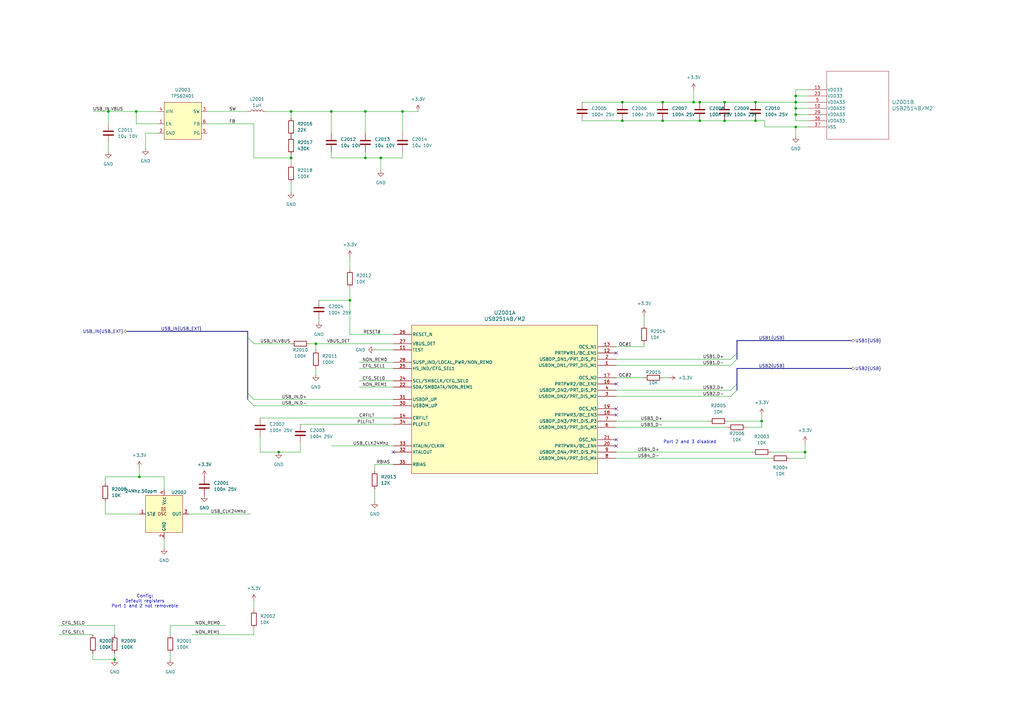
<source format=kicad_sch>
(kicad_sch (version 20231120) (generator "eeschema") (generator_version "8.0")
  (paper "A3")
  (lib_symbols
    (symbol "bt_Inductors:L;1uH;3.1A;55m;S;0805" (pin_numbers hide) (pin_names (offset 1.016) hide)
      (property "Reference" "L" (at -1.27 0 90))
      (property "Value" "1uH" (at 1.905 0 90))
      (symbol "L;1uH;3.1A;55m;S;0805_0_1"
        (arc (start 0 -2.54) (mid 0.6323 -1.905) (end 0 -1.27))
        (arc (start 0 -1.27) (mid 0.6323 -0.635) (end 0 0))
        (arc (start 0 0) (mid 0.6323 0.635) (end 0 1.27))
        (arc (start 0 1.27) (mid 0.6323 1.905) (end 0 2.54))
      )
      (symbol "L;1uH;3.1A;55m;S;0805_1_1"
        (pin passive line (at 0 3.81 270) (length 1.27) (name "1") (number "1"))
        (pin passive line (at 0 -3.81 90) (length 1.27) (name "2") (number "2"))
      )
    )
    (symbol "bt_capacitor:C;M;100n;10p;25V;S;0603" (pin_numbers hide) (pin_names (offset 0.254))
      (property "Reference" "C" (at 0.635 2.54 0))
      (property "Value" "100n 25V" (at 4.635 -2.54 0))
      (symbol "C;M;100n;10p;25V;S;0603_0_1"
        (polyline (pts (xy -2.032 -0.762) (xy 2.032 -0.762)) (stroke (width 0.508)))
        (polyline (pts (xy -2.032 0.762) (xy 2.032 0.762)) (stroke (width 0.508)))
      )
      (symbol "C;M;100n;10p;25V;S;0603_1_1"
        (pin passive line (at 0 3.81 270) (length 2.794) (name "~") (number "1"))
        (pin passive line (at 0 -3.81 90) (length 2.794) (name "~") (number "2"))
      )
    )
    (symbol "bt_capacitor:C;M;10u;10p;10V;S;0603" (pin_numbers hide) (pin_names (offset 0.254))
      (property "Reference" "C" (at 0.635 2.54 0))
      (property "Value" "10u 10V" (at 4.635 -2.54 0))
      (symbol "C;M;10u;10p;10V;S;0603_0_1"
        (polyline (pts (xy -2.032 -0.762) (xy 2.032 -0.762)) (stroke (width 0.508)))
        (polyline (pts (xy -2.032 0.762) (xy 2.032 0.762)) (stroke (width 0.508)))
      )
      (symbol "C;M;10u;10p;10V;S;0603_1_1"
        (pin passive line (at 0 3.81 270) (length 2.794) (name "~") (number "1"))
        (pin passive line (at 0 -3.81 90) (length 2.794) (name "~") (number "2"))
      )
    )
    (symbol "bt_communication:USB2514B_M2" (pin_names (offset 0.254))
      (property "Reference" "U" (at 30.734 8.89 0))
      (property "Value" "USB2514B/M2" (at 15.494 8.89 0))
      (symbol "USB2514B_M2_1_0"
        (rectangle (start 7.62 7.62) (end 83.82 -53.34) (fill (type background)))
      )
      (symbol "USB2514B_M2_1_1"
        (pin bidirectional line (at 91.44 -8.89 180) (length 7.62) (name "USBDM_DN1/PRT_DIS_M1") (number "1"))
        (pin unspecified line (at 0 -2.54 0) (length 7.62) (name "TEST") (number "11"))
        (pin bidirectional line (at 91.44 -3.81 180) (length 7.62) (name "PRTPWR1/BC_EN1") (number "12"))
        (pin bidirectional line (at 91.44 -1.27 180) (length 7.62) (name "OCS_N1") (number "13"))
        (pin unspecified line (at 0 -30.48 0) (length 7.62) (name "CRFILT") (number "14"))
        (pin bidirectional line (at 91.44 -16.51 180) (length 7.62) (name "PRTPWR2/BC_EN2") (number "16"))
        (pin bidirectional line (at 91.44 -13.97 180) (length 7.62) (name "OCS_N2") (number "17"))
        (pin bidirectional line (at 91.44 -29.21 180) (length 7.62) (name "PRTPWR3/BC_EN3") (number "18"))
        (pin bidirectional line (at 91.44 -26.67 180) (length 7.62) (name "OCS_N3") (number "19"))
        (pin bidirectional line (at 91.44 -6.35 180) (length 7.62) (name "USBDP_DN1/PRT_DIS_P1") (number "2"))
        (pin bidirectional line (at 91.44 -41.91 180) (length 7.62) (name "PRTPWR4/BC_EN4") (number "20"))
        (pin bidirectional line (at 91.44 -39.37 180) (length 7.62) (name "OSC_N4") (number "21"))
        (pin unspecified line (at 0 -17.78 0) (length 7.62) (name "SDA/SMBDATA/NON_REM1") (number "22"))
        (pin unspecified line (at 0 -15.24 0) (length 7.62) (name "SCL/SMBCLK/CFG_SEL0") (number "24"))
        (pin unspecified line (at 0 -10.16 0) (length 7.62) (name "HS_IND/CFG_SEL1") (number "25"))
        (pin unspecified line (at 0 3.81 0) (length 7.62) (name "RESET_N") (number "26"))
        (pin unspecified line (at 0 0 0) (length 7.62) (name "VBUS_DET") (number "27"))
        (pin unspecified line (at 0 -7.62 0) (length 7.62) (name "SUSP_IND/LOCAL_PWR/NON_REM0") (number "28"))
        (pin bidirectional line (at 91.44 -21.59 180) (length 7.62) (name "USBDM_DN2/PRT_DIS_M2") (number "3"))
        (pin unspecified line (at 0 -25.4 0) (length 7.62) (name "USBDM_UP") (number "30"))
        (pin unspecified line (at 0 -22.86 0) (length 7.62) (name "USBDP_UP") (number "31"))
        (pin output line (at 0 -44.45 0) (length 7.62) (name "XTALOUT") (number "32"))
        (pin unspecified line (at 0 -41.91 0) (length 7.62) (name "XTALIN/CLKIN") (number "33"))
        (pin unspecified line (at 0 -33.02 0) (length 7.62) (name "PLLFILT") (number "34"))
        (pin unspecified line (at 0 -49.53 0) (length 7.62) (name "RBIAS") (number "35"))
        (pin bidirectional line (at 91.44 -19.05 180) (length 7.62) (name "USBDP_DN2/PRT_DIS_P2") (number "4"))
        (pin bidirectional line (at 91.44 -34.29 180) (length 7.62) (name "USBDM_DN3/PRT_DIS_M3") (number "6"))
        (pin bidirectional line (at 91.44 -31.75 180) (length 7.62) (name "USBDP_DN3/PRT_DIS_P3") (number "7"))
        (pin bidirectional line (at 91.44 -46.99 180) (length 7.62) (name "USBDM_DN4/PRT_DIS_M4") (number "8"))
        (pin bidirectional line (at 91.44 -44.45 180) (length 7.62) (name "USBDP_DN4/PRT_DIS_P4") (number "9"))
      )
      (symbol "USB2514B_M2_2_1"
        (polyline (pts (xy 7.62 -20.32) (xy 33.02 -20.32)) (stroke (width 0.127)))
        (polyline (pts (xy 7.62 7.62) (xy 7.62 -20.32)) (stroke (width 0.127)))
        (polyline (pts (xy 33.02 -20.32) (xy 33.02 7.62)) (stroke (width 0.127)))
        (polyline (pts (xy 33.02 7.62) (xy 7.62 7.62)) (stroke (width 0.127)))
        (pin power_in line (at 0 -7.62 0) (length 7.62) (name "VDDA33") (number "10"))
        (pin power_in line (at 0 0 0) (length 7.62) (name "VDD33") (number "15"))
        (pin power_in line (at 0 -2.54 0) (length 7.62) (name "VDD33") (number "23"))
        (pin power_in line (at 0 -10.16 0) (length 7.62) (name "VDDA33") (number "29"))
        (pin power_in line (at 0 -12.7 0) (length 7.62) (name "VDDA33") (number "36"))
        (pin power_out line (at 0 -15.24 0) (length 7.62) (name "VSS") (number "37"))
        (pin power_in line (at 0 -5.08 0) (length 7.62) (name "VDDA33") (number "5"))
      )
    )
    (symbol "bt_oscillator:OSC;24Mhz;50ppm;3v3;SG3225CAN"
      (property "Reference" "U" (at 0.762 1.27 0))
      (property "Value" "24Mhz,50ppm" (at 14.986 1.27 0))
      (symbol "OSC;24Mhz;50ppm;3v3;SG3225CAN_0_0"
        (pin input line (at -2.54 -7.62 0) (length 2.54) (name "ST#") (number "1"))
      )
      (symbol "OSC;24Mhz;50ppm;3v3;SG3225CAN_0_1"
        (polyline (pts (xy 6.35 -6.35) (xy 6.604 -6.35) (xy 6.604 -4.826) (xy 7.112 -4.826) (xy 7.112 -6.35) (xy 7.62 -6.35) (xy 7.62 -4.826) (xy 8.128 -4.826) (xy 8.128 -6.35) (xy 8.382 -6.35)))
        (rectangle (start 0 0) (end 15.24 -15.24) (fill (type background)))
      )
      (symbol "OSC;24Mhz;50ppm;3v3;SG3225CAN_1_0"
        (pin input line (at 7.62 -17.78 90) (length 2.54) (name "GND") (number "2"))
        (pin output line (at 17.78 -7.62 180) (length 2.54) (name "OUT") (number "3"))
        (pin power_in line (at 7.62 2.54 270) (length 2.54) (name "Vcc") (number "4"))
      )
      (symbol "OSC;24Mhz;50ppm;3v3;SG3225CAN_1_1"
        (text "OSC" (at 6.858 -7.62 0) (effects (font (size 1.27 1.27))))
      )
    )
    (symbol "bt_power:TPS62A01_SOT23"
      (property "Reference" "U" (at -6.35 7.62 0))
      (property "Value" "TPS62A01" (at -0.762 4.572 0))
      (symbol "TPS62A01_SOT23_0_1"
        (rectangle (start -7.62 6.35) (end 7.62 -8.89) (fill (type background)))
      )
      (symbol "TPS62A01_SOT23_1_0"
        (pin input line (at -10.16 -2.54 0) (length 2.54) (name "EN") (number "1"))
        (pin power_in line (at -10.16 -6.35 0) (length 2.54) (name "GND") (number "2"))
        (pin power_out line (at 10.16 2.54 180) (length 2.54) (name "SW") (number "3"))
        (pin power_in line (at -10.16 2.54 0) (length 2.54) (name "VIN") (number "4"))
        (pin open_collector line (at 10.16 -6.35 180) (length 2.54) (name "PG") (number "5"))
        (pin input line (at 10.16 -2.54 180) (length 2.54) (name "FB") (number "6"))
      )
    )
    (symbol "bt_resistors:R;G;100K;10P0;S;0603" (pin_numbers hide) (pin_names (offset 0))
      (property "Reference" "R" (at 2.032 0 90))
      (property "Value" "100K" (at 0 0 90))
      (symbol "R;G;100K;10P0;S;0603_0_1"
        (rectangle (start -1.016 -2.54) (end 1.016 2.54) (stroke (width 0.254)))
      )
      (symbol "R;G;100K;10P0;S;0603_1_1"
        (pin passive line (at 0 3.81 270) (length 1.27) (name "~") (number "1"))
        (pin passive line (at 0 -3.81 90) (length 1.27) (name "~") (number "2"))
      )
    )
    (symbol "bt_resistors:R;G;10K;10P0;S;0603" (pin_numbers hide) (pin_names (offset 0))
      (property "Reference" "R" (at 2.032 0 90))
      (property "Value" "10K" (at 0 0 90))
      (symbol "R;G;10K;10P0;S;0603_0_1"
        (rectangle (start -1.016 -2.54) (end 1.016 2.54) (stroke (width 0.254)))
      )
      (symbol "R;G;10K;10P0;S;0603_1_1"
        (pin passive line (at 0 3.81 270) (length 1.27) (name "~") (number "1"))
        (pin passive line (at 0 -3.81 90) (length 1.27) (name "~") (number "2"))
      )
    )
    (symbol "bt_resistors:R;G;12K;10P0;S;0603" (pin_numbers hide) (pin_names (offset 0))
      (property "Reference" "R" (at 2.032 0 90))
      (property "Value" "12K" (at 0 0 90))
      (symbol "R;G;12K;10P0;S;0603_0_1"
        (rectangle (start -1.016 -2.54) (end 1.016 2.54) (stroke (width 0.254)))
      )
      (symbol "R;G;12K;10P0;S;0603_1_1"
        (pin passive line (at 0 3.81 270) (length 1.27) (name "~") (number "1"))
        (pin passive line (at 0 -3.81 90) (length 1.27) (name "~") (number "2"))
      )
    )
    (symbol "bt_resistors:R;G;22K;10P0;S;0603" (pin_numbers hide) (pin_names (offset 0))
      (property "Reference" "R" (at 2.032 0 90))
      (property "Value" "22K" (at 0 0 90))
      (symbol "R;G;22K;10P0;S;0603_0_1"
        (rectangle (start -1.016 -2.54) (end 1.016 2.54) (stroke (width 0.254)))
      )
      (symbol "R;G;22K;10P0;S;0603_1_1"
        (pin passive line (at 0 3.81 270) (length 1.27) (name "~") (number "1"))
        (pin passive line (at 0 -3.81 90) (length 1.27) (name "~") (number "2"))
      )
    )
    (symbol "bt_resistors:R;G;430K;10P0;S;0603" (pin_numbers hide) (pin_names (offset 0))
      (property "Reference" "R" (at 2.032 0 90))
      (property "Value" "430K" (at 0 0 90))
      (symbol "R;G;430K;10P0;S;0603_0_1"
        (rectangle (start -1.016 -2.54) (end 1.016 2.54) (stroke (width 0.254)))
      )
      (symbol "R;G;430K;10P0;S;0603_1_1"
        (pin passive line (at 0 3.81 270) (length 1.27) (name "~") (number "1"))
        (pin passive line (at 0 -3.81 90) (length 1.27) (name "~") (number "2"))
      )
    )
    (symbol "power:+3.3V" (power) (pin_numbers hide) (pin_names (offset 0) hide)
      (property "Value" "+3.3V" (at 0 3.556 0))
      (symbol "+3.3V_0_1"
        (polyline (pts (xy -0.762 1.27) (xy 0 2.54)))
        (polyline (pts (xy 0 0) (xy 0 2.54)))
        (polyline (pts (xy 0 2.54) (xy 0.762 1.27)))
      )
      (symbol "+3.3V_1_1"
        (pin power_in line (at 0 0 90) (length 0) (name "~") (number "1"))
      )
    )
    (symbol "power:GND" (power) (pin_numbers hide) (pin_names (offset 0) hide)
      (property "Value" "GND" (at 0 -3.81 0))
      (symbol "GND_0_1"
        (polyline (pts (xy 0 0) (xy 0 -1.27) (xy 1.27 -1.27) (xy 0 -2.54) (xy -1.27 -1.27) (xy 0 -1.27)))
      )
      (symbol "GND_1_1"
        (pin power_in line (at 0 0 270) (length 0) (name "~") (number "1"))
      )
    )
  )
  (bus_alias "USB" (members "D+" "D-"))
  (bus_alias "USB_EXT" (members "D+" "D-" "VBUS"))
  (junction (at 135.89 45.72))
  (junction (at 330.2 185.42))
  (junction (at 255.27 41.91))
  (junction (at 326.39 39.37))
  (junction (at 149.86 45.72))
  (junction (at 287.02 41.91))
  (junction (at 309.88 41.91))
  (junction (at 284.48 41.91))
  (junction (at 46.99 270.51))
  (junction (at 309.88 49.53))
  (junction (at 297.18 49.53))
  (junction (at 326.39 44.45))
  (junction (at 57.15 195.58))
  (junction (at 326.39 46.99))
  (junction (at 326.39 41.91))
  (junction (at 119.38 45.72))
  (junction (at 44.45 45.72))
  (junction (at 165.1 45.72))
  (junction (at 129.54 140.97))
  (junction (at 297.18 41.91))
  (junction (at 55.88 45.72))
  (junction (at 287.02 49.53))
  (junction (at 255.27 49.53))
  (junction (at 149.86 64.77))
  (junction (at 119.38 64.77))
  (junction (at 326.39 52.07))
  (junction (at 271.78 41.91))
  (junction (at 114.3 185.42))
  (junction (at 143.51 123.19))
  (junction (at 312.42 172.72))
  (junction (at 271.78 49.53))
  (junction (at 156.21 64.77))
  (no_connect (at 252.73 157.48))
  (no_connect (at 161.29 185.42))
  (no_connect (at 252.73 144.78))
  (no_connect (at 252.73 180.34))
  (no_connect (at 252.73 167.64))
  (no_connect (at 252.73 170.18))
  (no_connect (at 252.73 182.88))
  (bus_entry (at 302.26 144.78) (size -2.54 2.54))
  (bus_entry (at 101.6 138.43) (size 2.54 2.54))
  (bus_entry (at 302.26 147.32) (size -2.54 2.54))
  (bus_entry (at 101.6 161.29) (size 2.54 2.54))
  (bus_entry (at 302.26 157.48) (size -2.54 2.54))
  (bus_entry (at 302.26 160.02) (size -2.54 2.54))
  (bus_entry (at 101.6 163.83) (size 2.54 2.54))
  (wire (pts (xy 119.38 74.93) (xy 119.38 78.74)))
  (wire (pts (xy 323.85 187.96) (xy 330.2 187.96)))
  (wire (pts (xy 104.14 257.81) (xy 104.14 260.35)))
  (bus (pts (xy 101.6 138.43) (xy 101.6 161.29)))
  (wire (pts (xy 287.02 41.91) (xy 297.18 41.91)))
  (wire (pts (xy 57.15 195.58) (xy 67.31 195.58)))
  (wire (pts (xy 284.48 36.83) (xy 284.48 41.91)))
  (wire (pts (xy 326.39 49.53) (xy 331.47 49.53)))
  (wire (pts (xy 143.51 137.16) (xy 143.51 123.19)))
  (wire (pts (xy 238.76 41.91) (xy 255.27 41.91)))
  (wire (pts (xy 252.73 172.72) (xy 290.83 172.72)))
  (wire (pts (xy 104.14 246.38) (xy 104.14 250.19)))
  (wire (pts (xy 149.86 62.23) (xy 149.86 64.77)))
  (wire (pts (xy 104.14 166.37) (xy 161.29 166.37)))
  (wire (pts (xy 78.74 260.35) (xy 104.14 260.35)))
  (wire (pts (xy 312.42 172.72) (xy 312.42 175.26)))
  (wire (pts (xy 24.13 256.54) (xy 46.99 256.54)))
  (wire (pts (xy 149.86 45.72) (xy 149.86 54.61)))
  (wire (pts (xy 326.39 46.99) (xy 326.39 49.53)))
  (wire (pts (xy 156.21 64.77) (xy 156.21 69.85)))
  (wire (pts (xy 104.14 163.83) (xy 161.29 163.83)))
  (wire (pts (xy 313.69 52.07) (xy 326.39 52.07)))
  (wire (pts (xy 55.88 45.72) (xy 55.88 50.8)))
  (wire (pts (xy 316.23 185.42) (xy 330.2 185.42)))
  (wire (pts (xy 326.39 39.37) (xy 331.47 39.37)))
  (wire (pts (xy 326.39 46.99) (xy 331.47 46.99)))
  (wire (pts (xy 171.45 45.72) (xy 165.1 45.72)))
  (bus (pts (xy 101.6 135.89) (xy 101.6 138.43)))
  (wire (pts (xy 165.1 62.23) (xy 165.1 64.77)))
  (wire (pts (xy 147.32 158.75) (xy 161.29 158.75)))
  (wire (pts (xy 297.18 41.91) (xy 309.88 41.91)))
  (wire (pts (xy 165.1 45.72) (xy 165.1 54.61)))
  (wire (pts (xy 284.48 41.91) (xy 287.02 41.91)))
  (wire (pts (xy 109.22 45.72) (xy 119.38 45.72)))
  (wire (pts (xy 119.38 45.72) (xy 119.38 48.26)))
  (wire (pts (xy 326.39 41.91) (xy 326.39 44.45)))
  (wire (pts (xy 119.38 63.5) (xy 119.38 64.77)))
  (wire (pts (xy 44.45 58.42) (xy 44.45 62.23)))
  (wire (pts (xy 43.18 210.82) (xy 43.18 205.74)))
  (wire (pts (xy 326.39 41.91) (xy 331.47 41.91)))
  (wire (pts (xy 326.39 36.83) (xy 326.39 39.37)))
  (wire (pts (xy 312.42 170.18) (xy 312.42 172.72)))
  (wire (pts (xy 57.15 210.82) (xy 43.18 210.82)))
  (wire (pts (xy 38.1 267.97) (xy 38.1 270.51)))
  (wire (pts (xy 255.27 49.53) (xy 271.78 49.53)))
  (wire (pts (xy 331.47 36.83) (xy 326.39 36.83)))
  (wire (pts (xy 135.89 182.88) (xy 161.29 182.88)))
  (wire (pts (xy 123.19 185.42) (xy 123.19 181.61)))
  (wire (pts (xy 44.45 45.72) (xy 55.88 45.72)))
  (wire (pts (xy 104.14 64.77) (xy 104.14 50.8)))
  (wire (pts (xy 135.89 45.72) (xy 149.86 45.72)))
  (wire (pts (xy 252.73 154.94) (xy 264.16 154.94)))
  (wire (pts (xy 149.86 45.72) (xy 165.1 45.72)))
  (wire (pts (xy 153.67 200.66) (xy 153.67 205.74)))
  (wire (pts (xy 161.29 190.5) (xy 153.67 190.5)))
  (wire (pts (xy 129.54 151.13) (xy 129.54 153.67)))
  (wire (pts (xy 147.32 151.13) (xy 161.29 151.13)))
  (wire (pts (xy 130.81 130.81) (xy 130.81 132.08)))
  (wire (pts (xy 330.2 185.42) (xy 330.2 187.96)))
  (wire (pts (xy 271.78 49.53) (xy 287.02 49.53)))
  (wire (pts (xy 271.78 154.94) (xy 274.32 154.94)))
  (bus (pts (xy 302.26 151.13) (xy 302.26 157.48)))
  (wire (pts (xy 104.14 140.97) (xy 119.38 140.97)))
  (wire (pts (xy 69.85 256.54) (xy 92.71 256.54)))
  (wire (pts (xy 298.45 172.72) (xy 312.42 172.72)))
  (bus (pts (xy 302.26 139.7) (xy 349.25 139.7)))
  (wire (pts (xy 119.38 45.72) (xy 135.89 45.72)))
  (wire (pts (xy 147.32 156.21) (xy 161.29 156.21)))
  (wire (pts (xy 64.77 54.61) (xy 59.69 54.61)))
  (wire (pts (xy 129.54 140.97) (xy 161.29 140.97)))
  (wire (pts (xy 44.45 45.72) (xy 44.45 50.8)))
  (wire (pts (xy 271.78 41.91) (xy 284.48 41.91)))
  (wire (pts (xy 326.39 44.45) (xy 331.47 44.45)))
  (wire (pts (xy 326.39 52.07) (xy 326.39 55.88)))
  (wire (pts (xy 135.89 62.23) (xy 135.89 64.77)))
  (wire (pts (xy 24.13 260.35) (xy 38.1 260.35)))
  (wire (pts (xy 156.21 64.77) (xy 165.1 64.77)))
  (wire (pts (xy 306.07 175.26) (xy 312.42 175.26)))
  (bus (pts (xy 101.6 161.29) (xy 101.6 163.83)))
  (wire (pts (xy 147.32 148.59) (xy 161.29 148.59)))
  (wire (pts (xy 106.68 171.45) (xy 161.29 171.45)))
  (wire (pts (xy 161.29 137.16) (xy 143.51 137.16)))
  (wire (pts (xy 123.19 173.99) (xy 161.29 173.99)))
  (wire (pts (xy 153.67 190.5) (xy 153.67 193.04)))
  (wire (pts (xy 106.68 185.42) (xy 114.3 185.42)))
  (wire (pts (xy 104.14 50.8) (xy 85.09 50.8)))
  (wire (pts (xy 106.68 179.07) (xy 106.68 185.42)))
  (bus (pts (xy 302.26 151.13) (xy 349.25 151.13)))
  (wire (pts (xy 114.3 185.42) (xy 123.19 185.42)))
  (wire (pts (xy 252.73 142.24) (xy 264.16 142.24)))
  (wire (pts (xy 130.81 123.19) (xy 143.51 123.19)))
  (wire (pts (xy 127 140.97) (xy 129.54 140.97)))
  (wire (pts (xy 85.09 45.72) (xy 101.6 45.72)))
  (wire (pts (xy 77.47 210.82) (xy 102.87 210.82)))
  (bus (pts (xy 302.26 157.48) (xy 302.26 160.02)))
  (wire (pts (xy 135.89 64.77) (xy 149.86 64.77)))
  (wire (pts (xy 287.02 49.53) (xy 297.18 49.53)))
  (wire (pts (xy 143.51 110.49) (xy 143.51 105.41)))
  (wire (pts (xy 252.73 147.32) (xy 299.72 147.32)))
  (wire (pts (xy 67.31 220.98) (xy 67.31 224.79)))
  (wire (pts (xy 252.73 160.02) (xy 299.72 160.02)))
  (wire (pts (xy 153.67 143.51) (xy 161.29 143.51)))
  (wire (pts (xy 38.1 270.51) (xy 46.99 270.51)))
  (wire (pts (xy 129.54 140.97) (xy 129.54 143.51)))
  (wire (pts (xy 264.16 133.35) (xy 264.16 129.54)))
  (wire (pts (xy 64.77 50.8) (xy 55.88 50.8)))
  (wire (pts (xy 313.69 49.53) (xy 313.69 52.07)))
  (wire (pts (xy 149.86 64.77) (xy 156.21 64.77)))
  (wire (pts (xy 55.88 45.72) (xy 64.77 45.72)))
  (wire (pts (xy 59.69 54.61) (xy 59.69 60.96)))
  (wire (pts (xy 43.18 195.58) (xy 57.15 195.58)))
  (wire (pts (xy 238.76 49.53) (xy 255.27 49.53)))
  (wire (pts (xy 135.89 45.72) (xy 135.89 54.61)))
  (bus (pts (xy 302.26 144.78) (xy 302.26 147.32)))
  (wire (pts (xy 326.39 39.37) (xy 326.39 41.91)))
  (wire (pts (xy 330.2 181.61) (xy 330.2 185.42)))
  (wire (pts (xy 297.18 49.53) (xy 309.88 49.53)))
  (wire (pts (xy 46.99 256.54) (xy 46.99 260.35)))
  (bus (pts (xy 302.26 139.7) (xy 302.26 144.78)))
  (wire (pts (xy 67.31 195.58) (xy 67.31 200.66)))
  (wire (pts (xy 119.38 64.77) (xy 119.38 67.31)))
  (wire (pts (xy 326.39 44.45) (xy 326.39 46.99)))
  (wire (pts (xy 252.73 149.86) (xy 299.72 149.86)))
  (wire (pts (xy 331.47 52.07) (xy 326.39 52.07)))
  (wire (pts (xy 43.18 198.12) (xy 43.18 195.58)))
  (wire (pts (xy 264.16 142.24) (xy 264.16 140.97)))
  (wire (pts (xy 119.38 64.77) (xy 104.14 64.77)))
  (wire (pts (xy 46.99 267.97) (xy 46.99 270.51)))
  (wire (pts (xy 57.15 191.77) (xy 57.15 195.58)))
  (wire (pts (xy 69.85 260.35) (xy 69.85 256.54)))
  (bus (pts (xy 52.07 135.89) (xy 101.6 135.89)))
  (wire (pts (xy 252.73 187.96) (xy 316.23 187.96)))
  (wire (pts (xy 255.27 41.91) (xy 271.78 41.91)))
  (wire (pts (xy 309.88 41.91) (xy 326.39 41.91)))
  (wire (pts (xy 252.73 185.42) (xy 308.61 185.42)))
  (wire (pts (xy 143.51 123.19) (xy 143.51 118.11)))
  (wire (pts (xy 252.73 162.56) (xy 299.72 162.56)))
  (wire (pts (xy 38.1 45.72) (xy 44.45 45.72)))
  (wire (pts (xy 309.88 49.53) (xy 313.69 49.53)))
  (wire (pts (xy 69.85 270.51) (xy 69.85 267.97)))
  (wire (pts (xy 252.73 175.26) (xy 298.45 175.26)))
  (text "Port 2 and 3 disabled" (at 282.956 181.356 0) (effects (font (size 1.27 1.27))))
  (text "Config:\nDefault registers\nPort 1 and 2 not removeble" (at 59.436 246.634 0) (effects (font (size 1.27 1.27))))
  (label "NON_REM1" (at 148.59 158.75 0))
  (label "USB1{USB}" (at 311.15 139.7 0))
  (label "USB2{USB}" (at 311.15 151.13 0))
  (label "OC#1" (at 259.08 142.24 180))
  (label "CRFILT" (at 153.67 171.45 180))
  (label "USB_IN.D-" (at 115.57 166.37 0))
  (label "FB" (at 93.98 50.8 0))
  (label "USB3_D-" (at 271.78 175.26 180))
  (label "USB4_D+" (at 270.51 185.42 180))
  (label "NON_REM0" (at 148.59 148.59 0))
  (label "PLLFILT" (at 153.67 173.99 180))
  (label "USB_IN{USB_EXT}" (at 66.04 135.89 0))
  (label "SW" (at 93.98 45.72 0))
  (label "RBIAS" (at 160.02 190.5 180))
  (label "USB_IN.D+" (at 115.57 163.83 0))
  (label "USB2.D-" (at 288.29 162.56 0))
  (label "CFG_SEL1" (at 148.59 151.13 0))
  (label "USB1.D-" (at 288.29 149.86 0))
  (label "NON_REM0" (at 80.01 256.54 0))
  (label "RESET#" (at 156.21 137.16 180))
  (label "USB_CLK24Mhz" (at 144.78 182.88 0))
  (label "CFG_SEL0" (at 25.4 256.54 0))
  (label "USB_IN.VBUS" (at 38.1 45.72 0))
  (label "CFG_SEL1" (at 25.4 260.35 0))
  (label "VBUS_DET" (at 143.51 140.97 180))
  (label "USB4_D-" (at 270.51 187.96 180))
  (label "USB3_D+" (at 271.78 172.72 180))
  (label "USB_IN.VBUS" (at 106.68 140.97 0))
  (label "USB_CLK24Mhz" (at 86.36 210.82 0))
  (label "USB2.D+" (at 288.29 160.02 0))
  (label "CFG_SEL0" (at 148.59 156.21 0))
  (label "NON_REM1" (at 80.01 260.35 0))
  (label "OC#2" (at 259.08 154.94 180))
  (label "USB1.D+" (at 288.29 147.32 0))
  (hierarchical_label "USB2{USB}" (shape bidirectional) (at 349.25 151.13 0))
  (hierarchical_label "USB_IN{USB_EXT}" (shape bidirectional) (at 52.07 135.89 180))
  (hierarchical_label "USB1{USB}" (shape bidirectional) (at 349.25 139.7 0))
  (symbol (lib_id "bt_power:TPS62A01_SOT23") (at 74.93 48.26 0) (unit 1)
    (property "Reference" "U2003" (at 74.93 36.83 0))
    (property "Value" "TPS62A01" (at 74.93 39.37 0))
    (property "Footprint" "Package_TO_SOT_SMD:SOT-23-6" (effects (hide yes)))
    (property "Description" "TPS62A01 1A SOT-23" (effects (hide yes)))
    (property "CPN" "BT03005-00002" (effects (hide yes)))
    (property "MPN" "TPS62A01" (effects (hide yes)))
  )
  (symbol (lib_id "power:GND") (at 130.81 132.08 0) (unit 1)
    (property "Reference" "#PWR02009" (effects (hide yes)))
    (property "Value" "GND" (at 130.81 137.16 0))
    (property "Description" "Power symbol creates a global label with name \"GND\" , ground" (effects (hide yes)))
  )
  (symbol (lib_id "power:GND") (at 153.67 205.74 0) (unit 1)
    (property "Reference" "#PWR02011" (effects (hide yes)))
    (property "Value" "GND" (at 153.67 210.82 0))
    (property "Description" "Power symbol creates a global label with name \"GND\" , ground" (effects (hide yes)))
  )
  (symbol (lib_id "bt_capacitor:C;M;100n;10p;25V;S;0603") (at 130.81 127 0) (unit 1)
    (property "Reference" "C2004" (at 134.62 125.7299 0) (effects (justify left)))
    (property "Value" "100n 25V" (at 134.62 128.2699 0) (effects (justify left)))
    (property "Footprint" "Capacitor_SMD:C_0603_1608Metric" (effects (hide yes)))
    (property "Description" "Capacitor" (effects (hide yes)))
    (property "MPN" "C;C;T1;S;P0603;NA" (effects (hide yes)))
    (property "CPN" "BT00008-090680" (effects (hide yes)))
  )
  (symbol (lib_id "power:+3.3V") (at 57.15 191.77 0) (unit 1)
    (property "Reference" "#PWR02007" (effects (hide yes)))
    (property "Value" "+3.3V" (at 57.15 186.69 0))
    (property "Description" "Power symbol creates a global label with name \"+3.3V\"" (effects (hide yes)))
  )
  (symbol (lib_id "power:+3.3V") (at 312.42 170.18 0) (unit 1)
    (property "Reference" "#PWR02004" (effects (hide yes)))
    (property "Value" "+3.3V" (at 312.42 165.1 0))
    (property "Description" "Power symbol creates a global label with name \"+3.3V\"" (effects (hide yes)))
  )
  (symbol (lib_id "bt_resistors:R;G;10K;10P0;S;0603") (at 104.14 254 0) (unit 1)
    (property "Reference" "R2002" (at 106.68 252.7299 0) (effects (justify left)))
    (property "Value" "10K" (at 106.68 255.2699 0) (effects (justify left)))
    (property "Footprint" "Resistor_SMD:R_0603_1608Metric" (effects (hide yes)))
    (property "Description" "Resistor" (effects (hide yes)))
    (property "MPN" "R;G;T1;S;P0603;NA" (effects (hide yes)))
    (property "CPN" "BT00002-30100" (effects (hide yes)))
  )
  (symbol (lib_id "bt_capacitor:C;M;10u;10p;10V;S;0603") (at 149.86 58.42 0) (unit 1)
    (property "Reference" "C2013" (at 153.67 57.1499 0) (effects (justify left)))
    (property "Value" "10u 10V" (at 153.67 59.6899 0) (effects (justify left)))
    (property "Footprint" "Capacitor_SMD:C_0603_1608Metric" (effects (hide yes)))
    (property "Description" "Capacitor" (effects (hide yes)))
    (property "MPN" "C;C;T1;S;P0603;NA" (effects (hide yes)))
    (property "CPN" "BT00010-060100" (effects (hide yes)))
  )
  (symbol (lib_id "power:+3.3V") (at 330.2 181.61 0) (unit 1)
    (property "Reference" "#PWR02005" (effects (hide yes)))
    (property "Value" "+3.3V" (at 330.2 176.53 0))
    (property "Description" "Power symbol creates a global label with name \"+3.3V\"" (effects (hide yes)))
  )
  (symbol (lib_id "bt_resistors:R;G;100K;10P0;S;0603") (at 129.54 147.32 0) (unit 1)
    (property "Reference" "R2011" (at 132.08 146.0499 0) (effects (justify left)))
    (property "Value" "100K" (at 132.08 148.5899 0) (effects (justify left)))
    (property "Footprint" "Resistor_SMD:R_0603_1608Metric" (effects (hide yes)))
    (property "Description" "Resistor" (effects (hide yes)))
    (property "MPN" "R;G;T1;S;P0603;NA" (effects (hide yes)))
    (property "CPN" "BT00002-31000" (effects (hide yes)))
  )
  (symbol (lib_id "bt_resistors:R;G;10K;10P0;S;0603") (at 294.64 172.72 90) (unit 1)
    (property "Reference" "R2005" (at 294.64 166.37 90))
    (property "Value" "10K" (at 294.64 168.91 90))
    (property "Footprint" "Resistor_SMD:R_0603_1608Metric" (effects (hide yes)))
    (property "Description" "Resistor" (effects (hide yes)))
    (property "MPN" "R;G;T1;S;P0603;NA" (effects (hide yes)))
    (property "CPN" "BT00002-30100" (effects (hide yes)))
  )
  (symbol (lib_id "bt_resistors:R;G;10K;10P0;S;0603") (at 43.18 201.93 180) (unit 1)
    (property "Reference" "R2008" (at 45.72 200.6599 0) (effects (justify right)))
    (property "Value" "10K" (at 45.72 203.1999 0) (effects (justify right)))
    (property "Footprint" "Resistor_SMD:R_0603_1608Metric" (effects (hide yes)))
    (property "Description" "Resistor" (effects (hide yes)))
    (property "MPN" "R;G;T1;S;P0603;NA" (effects (hide yes)))
    (property "CPN" "BT00002-30100" (effects (hide yes)))
  )
  (symbol (lib_id "bt_Inductors:L;1uH;3.1A;55m;S;0805") (at 105.41 45.72 90) (unit 1)
    (property "Reference" "L2001" (at 105.41 40.64 90))
    (property "Value" "1uH" (at 105.41 43.18 90))
    (property "Footprint" "Inductor_SMD:L_0805_2012Metric" (effects (hide yes)))
    (property "Description" "Inductor 1uH 3.1A 55m" (effects (hide yes)))
    (property "CPN" "BT00200-00001" (effects (hide yes)))
    (property "MPN" "CIGT201208EH1R0MNE" (effects (hide yes)))
  )
  (symbol (lib_id "bt_capacitor:C;M;100n;10p;25V;S;0603") (at 238.76 45.72 0) (unit 1)
    (property "Reference" "C2005" (at 242.57 44.4499 0) (effects (justify left)))
    (property "Value" "100n 25V" (at 242.57 46.9899 0) (effects (justify left)))
    (property "Footprint" "Capacitor_SMD:C_0603_1608Metric" (effects (hide yes)))
    (property "Description" "Capacitor" (effects (hide yes)))
    (property "MPN" "C;C;T1;S;P0603;NA" (effects (hide yes)))
    (property "CPN" "BT00008-090680" (effects (hide yes)))
  )
  (symbol (lib_id "power:GND") (at 59.69 60.96 0) (unit 1)
    (property "Reference" "#PWR02022" (effects (hide yes)))
    (property "Value" "GND" (at 59.69 66.04 0))
    (property "Description" "Power symbol creates a global label with name \"GND\" , ground" (effects (hide yes)))
  )
  (symbol (lib_id "bt_capacitor:C;M;10u;10p;10V;S;0603") (at 165.1 58.42 0) (unit 1)
    (property "Reference" "C2014" (at 168.91 57.1499 0) (effects (justify left)))
    (property "Value" "10u 10V" (at 168.91 59.6899 0) (effects (justify left)))
    (property "Footprint" "Capacitor_SMD:C_0603_1608Metric" (effects (hide yes)))
    (property "Description" "Capacitor" (effects (hide yes)))
    (property "MPN" "C;C;T1;S;P0603;NA" (effects (hide yes)))
    (property "CPN" "BT00010-060100" (effects (hide yes)))
  )
  (symbol (lib_id "bt_capacitor:C;M;100n;10p;25V;S;0603") (at 271.78 45.72 0) (unit 1)
    (property "Reference" "C2007" (at 275.59 44.4499 0) (effects (justify left)))
    (property "Value" "100n 25V" (at 275.59 46.9899 0) (effects (justify left)))
    (property "Footprint" "Capacitor_SMD:C_0603_1608Metric" (effects (hide yes)))
    (property "Description" "Capacitor" (effects (hide yes)))
    (property "MPN" "C;C;T1;S;P0603;NA" (effects (hide yes)))
    (property "CPN" "BT00008-090680" (effects (hide yes)))
  )
  (symbol (lib_id "bt_resistors:R;G;100K;10P0;S;0603") (at 123.19 140.97 90) (unit 1)
    (property "Reference" "R2010" (at 123.19 143.51 90))
    (property "Value" "100K" (at 123.19 146.05 90))
    (property "Footprint" "Resistor_SMD:R_0603_1608Metric" (effects (hide yes)))
    (property "Description" "Resistor" (effects (hide yes)))
    (property "MPN" "R;G;T1;S;P0603;NA" (effects (hide yes)))
    (property "CPN" "BT00002-31000" (effects (hide yes)))
  )
  (symbol (lib_id "power:GND") (at 67.31 224.79 0) (unit 1)
    (property "Reference" "#PWR02008" (effects (hide yes)))
    (property "Value" "GND" (at 67.31 229.87 0))
    (property "Description" "Power symbol creates a global label with name \"GND\" , ground" (effects (hide yes)))
  )
  (symbol (lib_id "bt_resistors:R;G;100K;10P0;S;0603") (at 46.99 264.16 0) (unit 1)
    (property "Reference" "R2009" (at 49.53 262.8899 0) (effects (justify left)))
    (property "Value" "100K" (at 49.53 265.4299 0) (effects (justify left)))
    (property "Footprint" "Resistor_SMD:R_0603_1608Metric" (effects (hide yes)))
    (property "Description" "Resistor" (effects (hide yes)))
    (property "MPN" "R;G;T1;S;P0603;NA" (effects (hide yes)))
    (property "CPN" "BT00002-31000" (effects (hide yes)))
  )
  (symbol (lib_id "power:GND") (at 114.3 185.42 0) (unit 1)
    (property "Reference" "#PWR02010" (effects (hide yes)))
    (property "Value" "GND" (at 114.3 190.5 0))
    (property "Description" "Power symbol creates a global label with name \"GND\" , ground" (effects (hide yes)))
  )
  (symbol (lib_id "bt_oscillator:OSC;24Mhz;50ppm;3v3;SG3225CAN") (at 59.69 203.2 0) (unit 1)
    (property "Reference" "U2002" (at 73.406 201.93 0))
    (property "Value" "24Mhz,50ppm" (at 57.912 201.422 0))
    (property "Footprint" "Oscillator:Oscillator_SMD_SeikoEpson_SG8002CE-4Pin_3.2x2.5mm" (effects (hide yes)))
    (property "Description" "3V3 oscillator 24Mhz 50ppm" (effects (hide yes)))
    (property "MPN" "SG3225CAN 24.0000M-TJGA6" (effects (hide yes)))
    (property "CPN" "BT05001-24601" (effects (hide yes)))
  )
  (symbol (lib_id "bt_resistors:R;G;10K;10P0;S;0603") (at 143.51 114.3 180) (unit 1)
    (property "Reference" "R2012" (at 146.05 113.0299 0) (effects (justify right)))
    (property "Value" "10K" (at 146.05 115.5699 0) (effects (justify right)))
    (property "Footprint" "Resistor_SMD:R_0603_1608Metric" (effects (hide yes)))
    (property "Description" "Resistor" (effects (hide yes)))
    (property "MPN" "R;G;T1;S;P0603;NA" (effects (hide yes)))
    (property "CPN" "BT00002-30100" (effects (hide yes)))
  )
  (symbol (lib_id "power:+3.3V") (at 264.16 129.54 0) (unit 1)
    (property "Reference" "#PWR02015" (effects (hide yes)))
    (property "Value" "+3.3V" (at 264.16 124.46 0))
    (property "Description" "Power symbol creates a global label with name \"+3.3V\"" (effects (hide yes)))
  )
  (symbol (lib_id "bt_resistors:R;G;10K;10P0;S;0603") (at 264.16 137.16 180) (unit 1)
    (property "Reference" "R2014" (at 266.7 135.8899 0) (effects (justify right)))
    (property "Value" "10K" (at 266.7 138.4299 0) (effects (justify right)))
    (property "Footprint" "Resistor_SMD:R_0603_1608Metric" (effects (hide yes)))
    (property "Description" "Resistor" (effects (hide yes)))
    (property "MPN" "R;G;T1;S;P0603;NA" (effects (hide yes)))
    (property "CPN" "BT00002-30100" (effects (hide yes)))
  )
  (symbol (lib_id "power:+3.3V") (at 274.32 154.94 270) (unit 1)
    (property "Reference" "#PWR02014" (effects (hide yes)))
    (property "Value" "+3.3V" (at 278.13 154.9399 90) (effects (justify left)))
    (property "Description" "Power symbol creates a global label with name \"+3.3V\"" (effects (hide yes)))
  )
  (symbol (lib_id "power:GND") (at 44.45 62.23 0) (unit 1)
    (property "Reference" "#PWR02024" (effects (hide yes)))
    (property "Value" "GND" (at 44.45 67.31 0))
    (property "Description" "Power symbol creates a global label with name \"GND\" , ground" (effects (hide yes)))
  )
  (symbol (lib_id "bt_resistors:R;G;100K;10P0;S;0603") (at 119.38 71.12 0) (unit 1)
    (property "Reference" "R2018" (at 121.92 69.8499 0) (effects (justify left)))
    (property "Value" "100K" (at 121.92 72.3899 0) (effects (justify left)))
    (property "Footprint" "Resistor_SMD:R_0603_1608Metric" (effects (hide yes)))
    (property "Description" "Resistor" (effects (hide yes)))
    (property "MPN" "R;G;T1;S;P0603;NA" (effects (hide yes)))
    (property "CPN" "BT00002-31000" (effects (hide yes)))
  )
  (symbol (lib_id "bt_capacitor:C;M;10u;10p;10V;S;0603") (at 135.89 58.42 0) (unit 1)
    (property "Reference" "C2012" (at 139.7 57.1499 0) (effects (justify left)))
    (property "Value" "10u 10V" (at 139.7 59.6899 0) (effects (justify left)))
    (property "Footprint" "Capacitor_SMD:C_0603_1608Metric" (effects (hide yes)))
    (property "Description" "Capacitor" (effects (hide yes)))
    (property "MPN" "C;C;T1;S;P0603;NA" (effects (hide yes)))
    (property "CPN" "BT00010-060100" (effects (hide yes)))
  )
  (symbol (lib_id "bt_capacitor:C;M;100n;10p;25V;S;0603") (at 255.27 45.72 0) (unit 1)
    (property "Reference" "C2006" (at 259.08 44.4499 0) (effects (justify left)))
    (property "Value" "100n 25V" (at 259.08 46.9899 0) (effects (justify left)))
    (property "Footprint" "Capacitor_SMD:C_0603_1608Metric" (effects (hide yes)))
    (property "Description" "Capacitor" (effects (hide yes)))
    (property "MPN" "C;C;T1;S;P0603;NA" (effects (hide yes)))
    (property "CPN" "BT00008-090680" (effects (hide yes)))
  )
  (symbol (lib_id "power:+3.3V") (at 171.45 45.72 0) (unit 1)
    (property "Reference" "#PWR02020" (effects (hide yes)))
    (property "Value" "+3.3V" (at 171.45 40.64 0))
    (property "Description" "Power symbol creates a global label with name \"+3.3V\"" (effects (hide yes)))
  )
  (symbol (lib_id "bt_communication:USB2514B_M2") (at 161.29 140.97 0) (unit 1)
    (property "Reference" "U2001" (at 207.01 128.27 0) (effects (font (size 1.524 1.524))))
    (property "Value" "USB2514B/M2" (at 207.01 130.81 0) (effects (font (size 1.524 1.524))))
    (property "Footprint" "bt_footprints:SQFN36_6X6_MCH" (effects (hide yes)))
    (property "Datasheet" "USB2514B/M2" (effects (hide yes)))
    (property "Description" "USB HUB 4 port. Microchip" (effects (hide yes)))
    (property "MPN" "USB2514B" (effects (hide yes)))
    (property "CPN" "BT02002-00001" (effects (hide yes)))
  )
  (symbol (lib_id "bt_resistors:R;G;12K;10P0;S;0603") (at 153.67 196.85 0) (unit 1)
    (property "Reference" "R2013" (at 156.21 195.5799 0) (effects (justify left)))
    (property "Value" "12K" (at 156.21 198.1199 0) (effects (justify left)))
    (property "Footprint" "Resistor_SMD:R_0603_1608Metric" (effects (hide yes)))
    (property "Description" "Resistor" (effects (hide yes)))
    (property "MPN" "R;G;T1;S;P0603;NA" (effects (hide yes)))
    (property "CPN" "BT00002-30120" (effects (hide yes)))
  )
  (symbol (lib_id "bt_resistors:R;G;430K;10P0;S;0603") (at 119.38 59.69 0) (unit 1)
    (property "Reference" "R2017" (at 121.92 58.4199 0) (effects (justify left)))
    (property "Value" "430K" (at 121.92 60.9599 0) (effects (justify left)))
    (property "Footprint" "Resistor_SMD:R_0603_1608Metric" (effects (hide yes)))
    (property "Description" "Resistor" (effects (hide yes)))
    (property "MPN" "R;G;T1;S;P0603;NA" (effects (hide yes)))
    (property "CPN" "BT00002-34300" (effects (hide yes)))
  )
  (symbol (lib_id "power:+3.3V") (at 284.48 36.83 0) (unit 1)
    (property "Reference" "#PWR02002" (effects (hide yes)))
    (property "Value" "+3.3V" (at 284.48 31.75 0))
    (property "Description" "Power symbol creates a global label with name \"+3.3V\"" (effects (hide yes)))
  )
  (symbol (lib_id "power:+3.3V") (at 143.51 105.41 0) (unit 1)
    (property "Reference" "#PWR02003" (effects (hide yes)))
    (property "Value" "+3.3V" (at 143.51 100.33 0))
    (property "Description" "Power symbol creates a global label with name \"+3.3V\"" (effects (hide yes)))
  )
  (symbol (lib_id "bt_capacitor:C;M;100n;10p;25V;S;0603") (at 287.02 45.72 0) (unit 1)
    (property "Reference" "C2008" (at 290.83 44.4499 0) (effects (justify left)))
    (property "Value" "100n 25V" (at 290.83 46.9899 0) (effects (justify left)))
    (property "Footprint" "Capacitor_SMD:C_0603_1608Metric" (effects (hide yes)))
    (property "Description" "Capacitor" (effects (hide yes)))
    (property "MPN" "C;C;T1;S;P0603;NA" (effects (hide yes)))
    (property "CPN" "BT00008-090680" (effects (hide yes)))
  )
  (symbol (lib_id "bt_capacitor:C;M;100n;10p;25V;S;0603") (at 123.19 177.8 0) (unit 1)
    (property "Reference" "C2003" (at 127 176.5299 0) (effects (justify left)))
    (property "Value" "100n 25V" (at 127 179.0699 0) (effects (justify left)))
    (property "Footprint" "Capacitor_SMD:C_0603_1608Metric" (effects (hide yes)))
    (property "Description" "Capacitor" (effects (hide yes)))
    (property "MPN" "C;C;T1;S;P0603;NA" (effects (hide yes)))
    (property "CPN" "BT00008-090680" (effects (hide yes)))
  )
  (symbol (lib_id "bt_capacitor:C;M;100n;10p;25V;S;0603") (at 106.68 175.26 0) (unit 1)
    (property "Reference" "C2002" (at 110.49 173.9899 0) (effects (justify left)))
    (property "Value" "100n 25V" (at 110.49 176.5299 0) (effects (justify left)))
    (property "Footprint" "Capacitor_SMD:C_0603_1608Metric" (effects (hide yes)))
    (property "Description" "Capacitor" (effects (hide yes)))
    (property "MPN" "C;C;T1;S;P0603;NA" (effects (hide yes)))
    (property "CPN" "BT00008-090680" (effects (hide yes)))
  )
  (symbol (lib_id "power:GND") (at 46.99 270.51 0) (unit 1)
    (property "Reference" "#PWR02017" (effects (hide yes)))
    (property "Value" "GND" (at 46.99 275.59 0))
    (property "Description" "Power symbol creates a global label with name \"GND\" , ground" (effects (hide yes)))
  )
  (symbol (lib_id "bt_capacitor:C;M;100n;10p;25V;S;0603") (at 83.82 199.39 0) (unit 1)
    (property "Reference" "C2001" (at 87.63 198.1199 0) (effects (justify left)))
    (property "Value" "100n 25V" (at 87.63 200.6599 0) (effects (justify left)))
    (property "Footprint" "Capacitor_SMD:C_0603_1608Metric" (effects (hide yes)))
    (property "Description" "Capacitor" (effects (hide yes)))
    (property "MPN" "C;C;T1;S;P0603;NA" (effects (hide yes)))
    (property "CPN" "BT00008-090680" (effects (hide yes)))
  )
  (symbol (lib_id "power:GND") (at 153.67 143.51 270) (unit 1)
    (property "Reference" "#PWR02019" (effects (hide yes)))
    (property "Value" "GND" (at 149.86 143.5099 90) (effects (justify right)))
    (property "Description" "Power symbol creates a global label with name \"GND\" , ground" (effects (hide yes)))
  )
  (symbol (lib_id "power:GND") (at 83.82 203.2 0) (unit 1)
    (property "Reference" "#PWR02012" (effects (hide yes)))
    (property "Value" "GND" (at 83.82 208.28 0))
    (property "Description" "Power symbol creates a global label with name \"GND\" , ground" (effects (hide yes)))
  )
  (symbol (lib_id "bt_resistors:R;G;22K;10P0;S;0603") (at 119.38 52.07 0) (unit 1)
    (property "Reference" "R2016" (at 121.92 50.7999 0) (effects (justify left)))
    (property "Value" "22K" (at 121.92 53.3399 0) (effects (justify left)))
    (property "Footprint" "Resistor_SMD:R_0603_1608Metric" (effects (hide yes)))
    (property "Description" "Resistor" (effects (hide yes)))
    (property "MPN" "R;G;T1;S;P0603;NA" (effects (hide yes)))
    (property "CPN" "BT00002-30220" (effects (hide yes)))
  )
  (symbol (lib_id "bt_resistors:R;G;100K;10P0;S;0603") (at 69.85 264.16 0) (unit 1)
    (property "Reference" "R2001" (at 72.39 262.8899 0) (effects (justify left)))
    (property "Value" "100K" (at 72.39 265.4299 0) (effects (justify left)))
    (property "Footprint" "Resistor_SMD:R_0603_1608Metric" (effects (hide yes)))
    (property "Description" "Resistor" (effects (hide yes)))
    (property "MPN" "R;G;T1;S;P0603;NA" (effects (hide yes)))
    (property "CPN" "BT00002-31000" (effects (hide yes)))
  )
  (symbol (lib_id "bt_resistors:R;G;10K;10P0;S;0603") (at 302.26 175.26 90) (unit 1)
    (property "Reference" "R2006" (at 302.26 177.8 90))
    (property "Value" "10K" (at 302.26 180.34 90))
    (property "Footprint" "Resistor_SMD:R_0603_1608Metric" (effects (hide yes)))
    (property "Description" "Resistor" (effects (hide yes)))
    (property "MPN" "R;G;T1;S;P0603;NA" (effects (hide yes)))
    (property "CPN" "BT00002-30100" (effects (hide yes)))
  )
  (symbol (lib_id "power:GND") (at 69.85 270.51 0) (unit 1)
    (property "Reference" "#PWR02016" (effects (hide yes)))
    (property "Value" "GND" (at 69.85 275.59 0))
    (property "Description" "Power symbol creates a global label with name \"GND\" , ground" (effects (hide yes)))
  )
  (symbol (lib_id "power:+3.3V") (at 83.82 195.58 0) (unit 1)
    (property "Reference" "#PWR02013" (effects (hide yes)))
    (property "Value" "+3.3V" (at 83.82 190.5 0))
    (property "Description" "Power symbol creates a global label with name \"+3.3V\"" (effects (hide yes)))
  )
  (symbol (lib_id "bt_communication:USB2514B_M2") (at 331.47 36.83 0) (unit 2)
    (property "Reference" "U2001" (at 365.76 41.9099 0) (effects (font (size 1.524 1.524)) (justify left)))
    (property "Value" "USB2514B/M2" (at 365.76 44.4499 0) (effects (font (size 1.524 1.524)) (justify left)))
    (property "Footprint" "bt_footprints:SQFN36_6X6_MCH" (effects (hide yes)))
    (property "Datasheet" "USB2514B/M2" (effects (hide yes)))
    (property "Description" "USB HUB 4 port. Microchip" (effects (hide yes)))
    (property "MPN" "USB2514B" (effects (hide yes)))
    (property "CPN" "BT02002-00001" (effects (hide yes)))
  )
  (symbol (lib_id "power:GND") (at 156.21 69.85 0) (unit 1)
    (property "Reference" "#PWR02023" (effects (hide yes)))
    (property "Value" "GND" (at 156.21 74.93 0))
    (property "Description" "Power symbol creates a global label with name \"GND\" , ground" (effects (hide yes)))
  )
  (symbol (lib_id "bt_capacitor:C;M;100n;10p;25V;S;0603") (at 297.18 45.72 0) (unit 1)
    (property "Reference" "C2009" (at 300.99 44.4499 0) (effects (justify left)))
    (property "Value" "100n 25V" (at 300.99 46.9899 0) (effects (justify left)))
    (property "Footprint" "Capacitor_SMD:C_0603_1608Metric" (effects (hide yes)))
    (property "Description" "Capacitor" (effects (hide yes)))
    (property "MPN" "C;C;T1;S;P0603;NA" (effects (hide yes)))
    (property "CPN" "BT00008-090680" (effects (hide yes)))
  )
  (symbol (lib_id "power:GND") (at 326.39 55.88 0) (unit 1)
    (property "Reference" "#PWR02001" (effects (hide yes)))
    (property "Value" "GND" (at 326.39 60.96 0))
    (property "Description" "Power symbol creates a global label with name \"GND\" , ground" (effects (hide yes)))
  )
  (symbol (lib_id "bt_resistors:R;G;100K;10P0;S;0603") (at 38.1 264.16 0) (unit 1)
    (property "Reference" "R2007" (at 40.64 262.8899 0) (effects (justify left)))
    (property "Value" "100K" (at 40.64 265.4299 0) (effects (justify left)))
    (property "Footprint" "Resistor_SMD:R_0603_1608Metric" (effects (hide yes)))
    (property "Description" "Resistor" (effects (hide yes)))
    (property "MPN" "R;G;T1;S;P0603;NA" (effects (hide yes)))
    (property "CPN" "BT00002-31000" (effects (hide yes)))
  )
  (symbol (lib_id "power:+3.3V") (at 104.14 246.38 0) (unit 1)
    (property "Reference" "#PWR02018" (effects (hide yes)))
    (property "Value" "+3.3V" (at 104.14 241.3 0))
    (property "Description" "Power symbol creates a global label with name \"+3.3V\"" (effects (hide yes)))
  )
  (symbol (lib_id "power:GND") (at 119.38 78.74 0) (unit 1)
    (property "Reference" "#PWR02021" (effects (hide yes)))
    (property "Value" "GND" (at 119.38 83.82 0))
    (property "Description" "Power symbol creates a global label with name \"GND\" , ground" (effects (hide yes)))
  )
  (symbol (lib_id "bt_capacitor:C;M;10u;10p;10V;S;0603") (at 44.45 54.61 0) (unit 1)
    (property "Reference" "C2011" (at 48.26 53.3399 0) (effects (justify left)))
    (property "Value" "10u 10V" (at 48.26 55.8799 0) (effects (justify left)))
    (property "Footprint" "Capacitor_SMD:C_0603_1608Metric" (effects (hide yes)))
    (property "Description" "Capacitor" (effects (hide yes)))
    (property "MPN" "C;C;T1;S;P0603;NA" (effects (hide yes)))
    (property "CPN" "BT00010-060100" (effects (hide yes)))
  )
  (symbol (lib_id "power:GND") (at 129.54 153.67 0) (unit 1)
    (property "Reference" "#PWR02006" (effects (hide yes)))
    (property "Value" "GND" (at 129.54 158.75 0))
    (property "Description" "Power symbol creates a global label with name \"GND\" , ground" (effects (hide yes)))
  )
  (symbol (lib_id "bt_resistors:R;G;10K;10P0;S;0603") (at 267.97 154.94 90) (unit 1)
    (property "Reference" "R2015" (at 267.97 152.654 90))
    (property "Value" "10K" (at 267.97 156.972 90))
    (property "Footprint" "Resistor_SMD:R_0603_1608Metric" (effects (hide yes)))
    (property "Description" "Resistor" (effects (hide yes)))
    (property "MPN" "R;G;T1;S;P0603;NA" (effects (hide yes)))
    (property "CPN" "BT00002-30100" (effects (hide yes)))
  )
  (symbol (lib_id "bt_resistors:R;G;10K;10P0;S;0603") (at 312.42 185.42 90) (unit 1)
    (property "Reference" "R2003" (at 312.42 179.07 90))
    (property "Value" "10K" (at 312.42 181.61 90))
    (property "Footprint" "Resistor_SMD:R_0603_1608Metric" (effects (hide yes)))
    (property "Description" "Resistor" (effects (hide yes)))
    (property "MPN" "R;G;T1;S;P0603;NA" (effects (hide yes)))
    (property "CPN" "BT00002-30100" (effects (hide yes)))
  )
  (symbol (lib_id "bt_capacitor:C;M;100n;10p;25V;S;0603") (at 309.88 45.72 0) (unit 1)
    (property "Reference" "C2010" (at 313.69 44.4499 0) (effects (justify left)))
    (property "Value" "100n 25V" (at 313.69 46.9899 0) (effects (justify left)))
    (property "Footprint" "Capacitor_SMD:C_0603_1608Metric" (effects (hide yes)))
    (property "Description" "Capacitor" (effects (hide yes)))
    (property "MPN" "C;C;T1;S;P0603;NA" (effects (hide yes)))
    (property "CPN" "BT00008-090680" (effects (hide yes)))
  )
  (symbol (lib_id "bt_resistors:R;G;10K;10P0;S;0603") (at 320.04 187.96 90) (unit 1)
    (property "Reference" "R2004" (at 320.04 191.77 90))
    (property "Value" "10K" (at 320.04 194.31 90))
    (property "Footprint" "Resistor_SMD:R_0603_1608Metric" (effects (hide yes)))
    (property "Description" "Resistor" (effects (hide yes)))
    (property "MPN" "R;G;T1;S;P0603;NA" (effects (hide yes)))
    (property "CPN" "BT00002-30100" (effects (hide yes)))
  )
)
</source>
